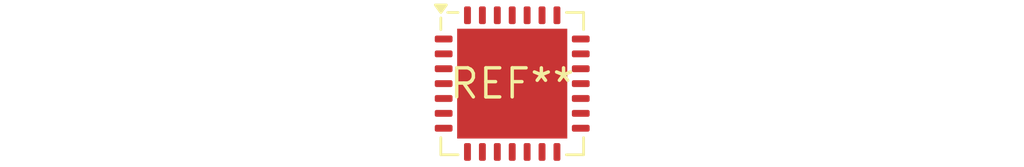
<source format=kicad_pcb>
(kicad_pcb (version 20240108) (generator pcbnew)
  (layers (0 "F.Cu" signal) (31 "B.Cu" signal) (34 "B.Paste" user) (35 "F.Paste" user) (36 "B.SilkS" user "B.Silkscreen") (37 "F.SilkS" user "F.Silkscreen") (38 "B.Mask" user) (39 "F.Mask" user) (44 "Edge.Cuts" user))
  (net 0 "")
  (footprint "QFN-28-1EP_6x6mm_P0.65mm_EP4.8x4.8mm" (layer "F.Cu") (at 0 0)
    (property "Reference" "REF**")
    (property "Value" "QFN-28-1EP_6x6mm_P0.65mm_EP4.8x4.8mm")
    (fp_line (start -3.11 -2.36) (end -3.11 -2.87) (layer "F.SilkS") (stroke (width 0.12)))
    (fp_line (start -3.11 3.11) (end -3.11 2.36) (layer "F.SilkS") (stroke (width 0.12)))
    (fp_line (start -2.36 -3.11) (end -2.81 -3.11) (layer "F.SilkS") (stroke (width 0.12)))
    (fp_line (start -2.36 3.11) (end -3.11 3.11) (layer "F.SilkS") (stroke (width 0.12)))
    (fp_line (start 2.36 -3.11) (end 3.11 -3.11) (layer "F.SilkS") (stroke (width 0.12)))
    (fp_line (start 2.36 3.11) (end 3.11 3.11) (layer "F.SilkS") (stroke (width 0.12)))
    (fp_line (start 3.11 -3.11) (end 3.11 -2.36) (layer "F.SilkS") (stroke (width 0.12)))
    (fp_line (start 3.11 3.11) (end 3.11 2.36) (layer "F.SilkS") (stroke (width 0.12)))
    (fp_poly (pts (xy -3.11 -3.11) (xy -3.35 -3.44) (xy -2.87 -3.44) (xy -3.11 -3.11)) (layer "F.SilkS") (stroke (width 0.12)) (fill solid))
    (pad "1" smd roundrect (at -2.9875 -1.95) (size 0.775 0.3) (layers "F.Cu" "F.Paste" "F.Mask"))
    (pad "2" smd roundrect (at -2.9875 -1.3) (size 0.775 0.3) (layers "F.Cu" "F.Paste" "F.Mask"))
    (pad "3" smd roundrect (at -2.9875 -0.65) (size 0.775 0.3) (layers "F.Cu" "F.Paste" "F.Mask"))
    (pad "4" smd roundrect (at -2.9875 0) (size 0.775 0.3) (layers "F.Cu" "F.Paste" "F.Mask"))
    (pad "5" smd roundrect (at -2.9875 0.65) (size 0.775 0.3) (layers "F.Cu" "F.Paste" "F.Mask"))
    (pad "6" smd roundrect (at -2.9875 1.3) (size 0.775 0.3) (layers "F.Cu" "F.Paste" "F.Mask"))
    (pad "7" smd roundrect (at -2.9875 1.95) (size 0.775 0.3) (layers "F.Cu" "F.Paste" "F.Mask"))
    (pad "8" smd roundrect (at -1.95 2.9875) (size 0.3 0.775) (layers "F.Cu" "F.Paste" "F.Mask"))
    (pad "9" smd roundrect (at -1.3 2.9875) (size 0.3 0.775) (layers "F.Cu" "F.Paste" "F.Mask"))
    (pad "10" smd roundrect (at -0.65 2.9875) (size 0.3 0.775) (layers "F.Cu" "F.Paste" "F.Mask"))
    (pad "11" smd roundrect (at 0 2.9875) (size 0.3 0.775) (layers "F.Cu" "F.Paste" "F.Mask"))
    (pad "12" smd roundrect (at 0.65 2.9875) (size 0.3 0.775) (layers "F.Cu" "F.Paste" "F.Mask"))
    (pad "13" smd roundrect (at 1.3 2.9875) (size 0.3 0.775) (layers "F.Cu" "F.Paste" "F.Mask"))
    (pad "14" smd roundrect (at 1.95 2.9875) (size 0.3 0.775) (layers "F.Cu" "F.Paste" "F.Mask"))
    (pad "15" smd roundrect (at 2.9875 1.95) (size 0.775 0.3) (layers "F.Cu" "F.Paste" "F.Mask"))
    (pad "16" smd roundrect (at 2.9875 1.3) (size 0.775 0.3) (layers "F.Cu" "F.Paste" "F.Mask"))
    (pad "17" smd roundrect (at 2.9875 0.65) (size 0.775 0.3) (layers "F.Cu" "F.Paste" "F.Mask"))
    (pad "18" smd roundrect (at 2.9875 0) (size 0.775 0.3) (layers "F.Cu" "F.Paste" "F.Mask"))
    (pad "19" smd roundrect (at 2.9875 -0.65) (size 0.775 0.3) (layers "F.Cu" "F.Paste" "F.Mask"))
    (pad "20" smd roundrect (at 2.9875 -1.3) (size 0.775 0.3) (layers "F.Cu" "F.Paste" "F.Mask"))
    (pad "21" smd roundrect (at 2.9875 -1.95) (size 0.775 0.3) (layers "F.Cu" "F.Paste" "F.Mask"))
    (pad "22" smd roundrect (at 1.95 -2.9875) (size 0.3 0.775) (layers "F.Cu" "F.Paste" "F.Mask"))
    (pad "23" smd roundrect (at 1.3 -2.9875) (size 0.3 0.775) (layers "F.Cu" "F.Paste" "F.Mask"))
    (pad "24" smd roundrect (at 0.65 -2.9875) (size 0.3 0.775) (layers "F.Cu" "F.Paste" "F.Mask"))
    (pad "25" smd roundrect (at 0 -2.9875) (size 0.3 0.775) (layers "F.Cu" "F.Paste" "F.Mask"))
    (pad "26" smd roundrect (at -0.65 -2.9875) (size 0.3 0.775) (layers "F.Cu" "F.Paste" "F.Mask"))
    (pad "27" smd roundrect (at -1.3 -2.9875) (size 0.3 0.775) (layers "F.Cu" "F.Paste" "F.Mask"))
    (pad "28" smd roundrect (at -1.95 -2.9875) (size 0.3 0.775) (layers "F.Cu" "F.Paste" "F.Mask"))
    (pad "29" smd rect (at 0 0) (size 4.8 4.8) (property pad_prop_heatsink) (layers "F.Cu" "F.Mask"))
  )
)
</source>
